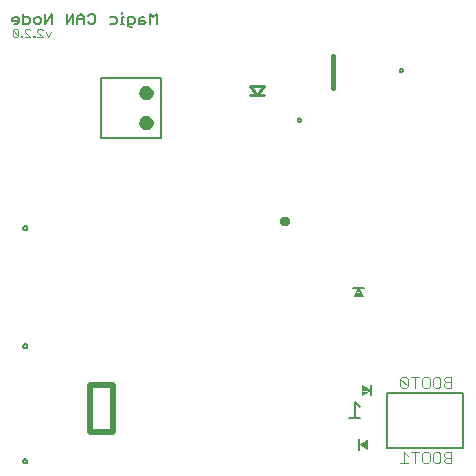
<source format=gbo>
G75*
G70*
%OFA0B0*%
%FSLAX24Y24*%
%IPPOS*%
%LPD*%
%AMOC8*
5,1,8,0,0,1.08239X$1,22.5*
%
%ADD10C,0.0079*%
%ADD11C,0.0030*%
%ADD12C,0.0050*%
%ADD13C,0.0197*%
%ADD14C,0.0060*%
%ADD15C,0.0100*%
%ADD16C,0.0150*%
%ADD17C,0.0236*%
%ADD18C,0.0157*%
%ADD19C,0.0039*%
D10*
X001634Y002709D02*
X001636Y002725D01*
X001642Y002741D01*
X001651Y002755D01*
X001663Y002766D01*
X001677Y002774D01*
X001693Y002779D01*
X001709Y002780D01*
X001725Y002777D01*
X001740Y002770D01*
X001754Y002761D01*
X001764Y002748D01*
X001772Y002733D01*
X001776Y002717D01*
X001776Y002701D01*
X001772Y002685D01*
X001764Y002670D01*
X001754Y002657D01*
X001741Y002648D01*
X001725Y002641D01*
X001709Y002638D01*
X001693Y002639D01*
X001677Y002644D01*
X001663Y002652D01*
X001651Y002663D01*
X001642Y002677D01*
X001636Y002693D01*
X001634Y002709D01*
X001634Y006548D02*
X001636Y006564D01*
X001642Y006580D01*
X001651Y006594D01*
X001663Y006605D01*
X001677Y006613D01*
X001693Y006618D01*
X001709Y006619D01*
X001725Y006616D01*
X001740Y006609D01*
X001754Y006600D01*
X001764Y006587D01*
X001772Y006572D01*
X001776Y006556D01*
X001776Y006540D01*
X001772Y006524D01*
X001764Y006509D01*
X001754Y006496D01*
X001741Y006487D01*
X001725Y006480D01*
X001709Y006477D01*
X001693Y006478D01*
X001677Y006483D01*
X001663Y006491D01*
X001651Y006502D01*
X001642Y006516D01*
X001636Y006532D01*
X001634Y006548D01*
X001634Y010485D02*
X001636Y010501D01*
X001642Y010517D01*
X001651Y010531D01*
X001663Y010542D01*
X001677Y010550D01*
X001693Y010555D01*
X001709Y010556D01*
X001725Y010553D01*
X001740Y010546D01*
X001754Y010537D01*
X001764Y010524D01*
X001772Y010509D01*
X001776Y010493D01*
X001776Y010477D01*
X001772Y010461D01*
X001764Y010446D01*
X001754Y010433D01*
X001741Y010424D01*
X001725Y010417D01*
X001709Y010414D01*
X001693Y010415D01*
X001677Y010420D01*
X001663Y010428D01*
X001651Y010439D01*
X001642Y010453D01*
X001636Y010469D01*
X001634Y010485D01*
X012630Y008497D02*
X012984Y008497D01*
X013220Y005268D02*
X013220Y004914D01*
X013752Y004993D02*
X016311Y004993D01*
X016311Y003142D01*
X013752Y003142D01*
X013752Y004993D01*
X012827Y003457D02*
X012827Y003103D01*
D11*
X014211Y002645D02*
X014454Y002645D01*
X014333Y002645D02*
X014333Y003009D01*
X014454Y002888D01*
X014574Y003009D02*
X014816Y003009D01*
X014695Y003009D02*
X014695Y002645D01*
X014936Y002706D02*
X014936Y002949D01*
X014997Y003009D01*
X015118Y003009D01*
X015179Y002949D01*
X015179Y002706D01*
X015118Y002645D01*
X014997Y002645D01*
X014936Y002706D01*
X015299Y002706D02*
X015299Y002949D01*
X015359Y003009D01*
X015481Y003009D01*
X015541Y002949D01*
X015541Y002706D01*
X015481Y002645D01*
X015359Y002645D01*
X015299Y002706D01*
X015661Y002706D02*
X015722Y002645D01*
X015904Y002645D01*
X015904Y003009D01*
X015722Y003009D01*
X015661Y002949D01*
X015661Y002888D01*
X015722Y002827D01*
X015904Y002827D01*
X015722Y002827D02*
X015661Y002767D01*
X015661Y002706D01*
X015722Y005165D02*
X015904Y005165D01*
X015904Y005529D01*
X015722Y005529D01*
X015661Y005468D01*
X015661Y005408D01*
X015722Y005347D01*
X015904Y005347D01*
X015722Y005347D02*
X015661Y005286D01*
X015661Y005226D01*
X015722Y005165D01*
X015541Y005226D02*
X015481Y005165D01*
X015359Y005165D01*
X015299Y005226D01*
X015299Y005468D01*
X015359Y005529D01*
X015481Y005529D01*
X015541Y005468D01*
X015541Y005226D01*
X015179Y005226D02*
X015179Y005468D01*
X015118Y005529D01*
X014997Y005529D01*
X014936Y005468D01*
X014936Y005226D01*
X014997Y005165D01*
X015118Y005165D01*
X015179Y005226D01*
X014816Y005529D02*
X014574Y005529D01*
X014695Y005529D02*
X014695Y005165D01*
X014454Y005226D02*
X014454Y005468D01*
X014393Y005529D01*
X014272Y005529D01*
X014211Y005468D01*
X014454Y005226D01*
X014393Y005165D01*
X014272Y005165D01*
X014211Y005226D01*
X014211Y005468D01*
X002467Y016858D02*
X002556Y017035D01*
X002379Y017035D02*
X002467Y016858D01*
X002284Y016858D02*
X002107Y017035D01*
X002107Y017079D01*
X002151Y017123D01*
X002240Y017123D01*
X002284Y017079D01*
X002284Y016858D02*
X002107Y016858D01*
X002012Y016858D02*
X001968Y016858D01*
X001968Y016902D01*
X002012Y016902D01*
X002012Y016858D01*
X001876Y016858D02*
X001699Y017035D01*
X001699Y017079D01*
X001744Y017123D01*
X001832Y017123D01*
X001876Y017079D01*
X001876Y016858D02*
X001699Y016858D01*
X001604Y016858D02*
X001560Y016858D01*
X001560Y016902D01*
X001604Y016902D01*
X001604Y016858D01*
X001469Y016902D02*
X001469Y017079D01*
X001424Y017123D01*
X001336Y017123D01*
X001292Y017079D01*
X001469Y016902D01*
X001424Y016858D01*
X001336Y016858D01*
X001292Y016902D01*
X001292Y017079D01*
D12*
X004228Y015500D02*
X004228Y013500D01*
X006228Y013500D01*
X006228Y015500D01*
X004228Y015500D01*
X010783Y014087D02*
X010785Y014101D01*
X010791Y014115D01*
X010799Y014127D01*
X010811Y014135D01*
X010825Y014141D01*
X010839Y014143D01*
X010853Y014141D01*
X010867Y014135D01*
X010879Y014127D01*
X010887Y014115D01*
X010893Y014101D01*
X010895Y014087D01*
X010893Y014073D01*
X010887Y014059D01*
X010879Y014047D01*
X010867Y014039D01*
X010853Y014033D01*
X010839Y014031D01*
X010825Y014033D01*
X010811Y014039D01*
X010799Y014047D01*
X010791Y014059D01*
X010785Y014073D01*
X010783Y014087D01*
X014180Y015735D02*
X014182Y015749D01*
X014188Y015763D01*
X014196Y015775D01*
X014208Y015783D01*
X014222Y015789D01*
X014236Y015791D01*
X014250Y015789D01*
X014264Y015783D01*
X014276Y015775D01*
X014284Y015763D01*
X014290Y015749D01*
X014292Y015735D01*
X014290Y015721D01*
X014284Y015707D01*
X014276Y015695D01*
X014264Y015687D01*
X014250Y015681D01*
X014236Y015679D01*
X014222Y015681D01*
X014208Y015687D01*
X014196Y015695D01*
X014188Y015707D01*
X014182Y015721D01*
X014180Y015735D01*
X012681Y004692D02*
X012681Y004151D01*
X012861Y004151D02*
X012500Y004151D01*
X012861Y004512D02*
X012681Y004692D01*
D13*
X004638Y005249D02*
X004638Y003674D01*
X003850Y003674D01*
X003850Y005249D01*
X004638Y005249D01*
D14*
X005192Y017175D02*
X005137Y017231D01*
X005137Y017509D01*
X005304Y017509D01*
X005359Y017453D01*
X005359Y017342D01*
X005304Y017286D01*
X005137Y017286D01*
X005192Y017175D02*
X005248Y017175D01*
X004997Y017286D02*
X004885Y017286D01*
X004941Y017286D02*
X004941Y017509D01*
X004997Y017509D01*
X004941Y017620D02*
X004941Y017676D01*
X004755Y017453D02*
X004755Y017342D01*
X004699Y017286D01*
X004532Y017286D01*
X004532Y017509D02*
X004699Y017509D01*
X004755Y017453D01*
X004030Y017342D02*
X003974Y017286D01*
X003863Y017286D01*
X003807Y017342D01*
X003668Y017286D02*
X003668Y017509D01*
X003556Y017620D01*
X003445Y017509D01*
X003445Y017286D01*
X003305Y017286D02*
X003305Y017620D01*
X003083Y017286D01*
X003083Y017620D01*
X003445Y017453D02*
X003668Y017453D01*
X003807Y017565D02*
X003863Y017620D01*
X003974Y017620D01*
X004030Y017565D01*
X004030Y017342D01*
X002580Y017286D02*
X002580Y017620D01*
X002358Y017286D01*
X002358Y017620D01*
X002218Y017453D02*
X002218Y017342D01*
X002162Y017286D01*
X002051Y017286D01*
X001995Y017342D01*
X001995Y017453D01*
X002051Y017509D01*
X002162Y017509D01*
X002218Y017453D01*
X001855Y017453D02*
X001855Y017342D01*
X001800Y017286D01*
X001633Y017286D01*
X001633Y017620D01*
X001633Y017509D02*
X001800Y017509D01*
X001855Y017453D01*
X001493Y017453D02*
X001493Y017342D01*
X001437Y017286D01*
X001326Y017286D01*
X001270Y017398D02*
X001493Y017398D01*
X001493Y017453D02*
X001437Y017509D01*
X001326Y017509D01*
X001270Y017453D01*
X001270Y017398D01*
X005499Y017398D02*
X005666Y017398D01*
X005722Y017342D01*
X005666Y017286D01*
X005499Y017286D01*
X005499Y017453D01*
X005555Y017509D01*
X005666Y017509D01*
X005862Y017620D02*
X005862Y017286D01*
X006084Y017286D02*
X006084Y017620D01*
X005973Y017509D01*
X005862Y017620D01*
D15*
X009185Y015229D02*
X009421Y014914D01*
X009657Y015229D01*
X009185Y015229D01*
X009185Y014914D02*
X009657Y014914D01*
D16*
X011976Y015150D02*
X011976Y016233D01*
D17*
X005610Y015000D02*
X005612Y015021D01*
X005618Y015041D01*
X005627Y015061D01*
X005639Y015078D01*
X005654Y015092D01*
X005672Y015104D01*
X005692Y015112D01*
X005712Y015117D01*
X005733Y015118D01*
X005754Y015115D01*
X005774Y015109D01*
X005793Y015098D01*
X005810Y015085D01*
X005823Y015069D01*
X005834Y015051D01*
X005842Y015031D01*
X005846Y015011D01*
X005846Y014989D01*
X005842Y014969D01*
X005834Y014949D01*
X005823Y014931D01*
X005810Y014915D01*
X005793Y014902D01*
X005774Y014891D01*
X005754Y014885D01*
X005733Y014882D01*
X005712Y014883D01*
X005692Y014888D01*
X005672Y014896D01*
X005654Y014908D01*
X005639Y014922D01*
X005627Y014939D01*
X005618Y014959D01*
X005612Y014979D01*
X005610Y015000D01*
X005610Y014000D02*
X005612Y014021D01*
X005618Y014041D01*
X005627Y014061D01*
X005639Y014078D01*
X005654Y014092D01*
X005672Y014104D01*
X005692Y014112D01*
X005712Y014117D01*
X005733Y014118D01*
X005754Y014115D01*
X005774Y014109D01*
X005793Y014098D01*
X005810Y014085D01*
X005823Y014069D01*
X005834Y014051D01*
X005842Y014031D01*
X005846Y014011D01*
X005846Y013989D01*
X005842Y013969D01*
X005834Y013949D01*
X005823Y013931D01*
X005810Y013915D01*
X005793Y013902D01*
X005774Y013891D01*
X005754Y013885D01*
X005733Y013882D01*
X005712Y013883D01*
X005692Y013888D01*
X005672Y013896D01*
X005654Y013908D01*
X005639Y013922D01*
X005627Y013939D01*
X005618Y013959D01*
X005612Y013979D01*
X005610Y014000D01*
D18*
X010267Y010723D02*
X010269Y010741D01*
X010275Y010757D01*
X010284Y010772D01*
X010297Y010785D01*
X010312Y010794D01*
X010328Y010800D01*
X010346Y010802D01*
X010364Y010800D01*
X010380Y010794D01*
X010395Y010785D01*
X010408Y010772D01*
X010417Y010757D01*
X010423Y010741D01*
X010425Y010723D01*
X010423Y010705D01*
X010417Y010689D01*
X010408Y010674D01*
X010395Y010661D01*
X010380Y010652D01*
X010364Y010646D01*
X010346Y010644D01*
X010328Y010646D01*
X010312Y010652D01*
X010297Y010661D01*
X010284Y010674D01*
X010275Y010689D01*
X010269Y010705D01*
X010267Y010723D01*
D19*
X012807Y008477D02*
X012650Y008221D01*
X012965Y008221D01*
X012807Y008477D01*
X012789Y008448D02*
X012825Y008448D01*
X012848Y008410D02*
X012766Y008410D01*
X012743Y008372D02*
X012871Y008372D01*
X012895Y008334D02*
X012719Y008334D01*
X012696Y008296D02*
X012918Y008296D01*
X012941Y008258D02*
X012673Y008258D01*
X012945Y005249D02*
X013201Y005091D01*
X012945Y004934D01*
X012945Y005249D01*
X012945Y005225D02*
X012982Y005225D01*
X012945Y005187D02*
X013044Y005187D01*
X013106Y005150D02*
X012945Y005150D01*
X012945Y005112D02*
X013167Y005112D01*
X013173Y005074D02*
X012945Y005074D01*
X012945Y005036D02*
X013111Y005036D01*
X013049Y004998D02*
X012945Y004998D01*
X012945Y004960D02*
X012988Y004960D01*
X013102Y003437D02*
X012846Y003280D01*
X013102Y003123D01*
X013102Y003437D01*
X013102Y003406D02*
X013050Y003406D01*
X013102Y003368D02*
X012989Y003368D01*
X012927Y003330D02*
X013102Y003330D01*
X013102Y003292D02*
X012866Y003292D01*
X012889Y003254D02*
X013102Y003254D01*
X013102Y003216D02*
X012951Y003216D01*
X013012Y003178D02*
X013102Y003178D01*
X013102Y003140D02*
X013074Y003140D01*
M02*

</source>
